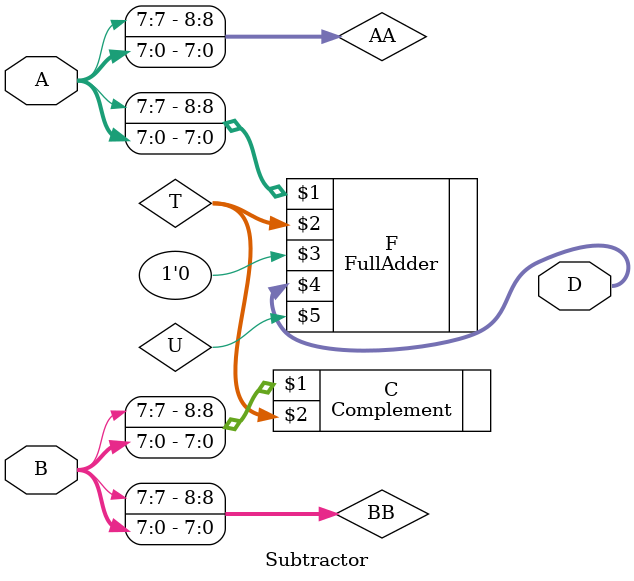
<source format=v>
module Subtractor(A, B, D);
	input  [7:0] A, B;
	output [8:0] D;
	wire   [8:0] AA, BB, T;
	wire   U;
	assign AA[8] = A[7];
	assign BB[8] = B[7];
	assign AA[7:0] = A[7:0];
	assign BB[7:0] = B[7:0];
	Complement C(BB, T);
	FullAdder  F(AA, T, 1'b0, D, U);
endmodule

</source>
